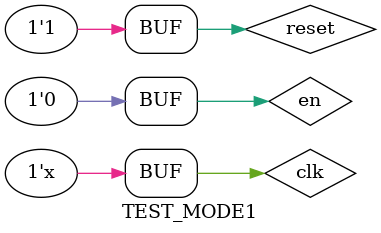
<source format=v>
`timescale 1ns / 1ps


module TEST_MODE1;

	// Inputs
	reg clk;
	reg reset;
	reg en;

	// Outputs
	wire [7:0] OUT;

	// Instantiate the Unit Under Test (UUT)
	MODE1_LEDCHOPTAT uut (
		.clk(clk), 
		.reset(reset), 
		.en(en), 
		.OUT(OUT)
	);
	always
	begin 
		#10;
		clk = ~clk;
	end
	initial begin
		// Initialize Inputs
		clk = 0;
		reset = 0;
		en = 0;
		#10;
		reset = 1;
		#10;
		reset = 0;
		en = 1;
		
		// Wait 100 ns for global reset to finish
		#100;
      en = 0;
		#50;
		reset = 1;
		#50;
		// Add stimulus here

	end
      
endmodule


</source>
